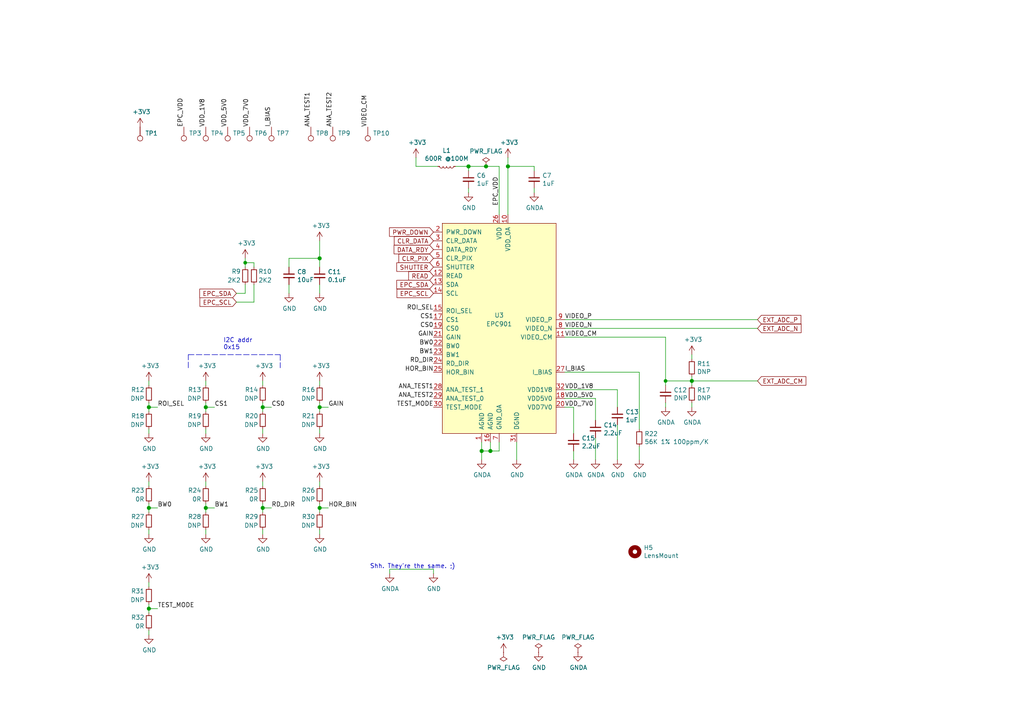
<source format=kicad_sch>
(kicad_sch (version 20230121) (generator eeschema)
  (paper "A4")
  (title_block (title "SYZYGY EPC901 Breakout") (date "2020-12-31") (rev "r0.1") (company "GsD - @gregdavill"))
  (lib_symbols
    (symbol "Connector:TestPoint" (pin_numbers hide) (pin_names (offset 0.762) hide)
      (property "Reference" "TP" (at 0 6.858 0))
      (property "Value" "TestPoint" (at 0 5.08 0))
      (symbol "TestPoint_0_1"
        (circle (center 0 3.302) (radius 0.762))
      )
      (symbol "TestPoint_1_1"
        (pin passive line (at 0 0 90) (length 2.54) (name "1") (number "1"))
      )
    )
    (symbol "Device:C_Small" (pin_numbers hide) (pin_names (offset 0.254) hide)
      (property "Reference" "C" (at 0.254 1.778 0))
      (property "Value" "C_Small" (at 0.254 -2.032 0))
      (symbol "C_Small_0_1"
        (polyline (pts (xy -1.524 -0.508) (xy 1.524 -0.508)) (stroke (width 0.3302)))
        (polyline (pts (xy -1.524 0.508) (xy 1.524 0.508)) (stroke (width 0.3048)))
      )
      (symbol "C_Small_1_1"
        (pin passive line (at 0 2.54 270) (length 2.032) (name "~") (number "1"))
        (pin passive line (at 0 -2.54 90) (length 2.032) (name "~") (number "2"))
      )
    )
    (symbol "Device:L_Small" (pin_numbers hide) (pin_names (offset 0.254) hide)
      (property "Reference" "L" (at 0.762 1.016 0))
      (property "Value" "L_Small" (at 0.762 -1.016 0))
      (symbol "L_Small_0_1"
        (arc (start 0 -2.032) (mid 0.5058 -1.524) (end 0 -1.016))
        (arc (start 0 -1.016) (mid 0.5058 -0.508) (end 0 0))
        (arc (start 0 0) (mid 0.5058 0.508) (end 0 1.016))
        (arc (start 0 1.016) (mid 0.5058 1.524) (end 0 2.032))
      )
      (symbol "L_Small_1_1"
        (pin passive line (at 0 2.54 270) (length 0.508) (name "~") (number "1"))
        (pin passive line (at 0 -2.54 90) (length 0.508) (name "~") (number "2"))
      )
    )
    (symbol "Device:R_Small" (pin_numbers hide) (pin_names (offset 0.254) hide)
      (property "Reference" "R" (at 0.762 0.508 0))
      (property "Value" "R_Small" (at 0.762 -1.016 0))
      (symbol "R_Small_0_1"
        (rectangle (start -0.762 1.778) (end 0.762 -1.778) (stroke (width 0.2032)))
      )
      (symbol "R_Small_1_1"
        (pin passive line (at 0 2.54 270) (length 0.762) (name "~") (number "1"))
        (pin passive line (at 0 -2.54 90) (length 0.762) (name "~") (number "2"))
      )
    )
    (symbol "Mechanical:MountingHole" (pin_names (offset 1.016))
      (property "Reference" "H" (at 0 5.08 0))
      (property "Value" "MountingHole" (at 0 3.175 0))
      (symbol "MountingHole_0_1"
        (circle (center 0 0) (radius 1.27) (stroke (width 1.27)))
      )
    )
    (symbol "epc901:EPC901-alt" (pin_names (offset 1.016))
      (property "Reference" "U" (at 0 -1.27 0))
      (property "Value" "EPC901-alt" (at 0 1.27 0))
      (symbol "EPC901-alt_0_1"
        (rectangle (start -16.51 -30.48) (end 16.51 30.48) (fill (type background)))
      )
      (symbol "EPC901-alt_1_1"
        (pin power_in line (at -5.08 -33.02 90) (length 2.54) (name "AGND") (number "1"))
        (pin power_in line (at 2.54 33.02 270) (length 2.54) (name "VDD_OA") (number "10"))
        (pin input line (at 19.05 -2.54 180) (length 2.54) (name "VIDEO_CM") (number "11"))
        (pin input line (at -19.05 15.24 0) (length 2.54) (name "READ") (number "12"))
        (pin bidirectional line (at -19.05 12.7 0) (length 2.54) (name "SDA") (number "13"))
        (pin input line (at -19.05 10.16 0) (length 2.54) (name "SCL") (number "14"))
        (pin input line (at -19.05 5.08 0) (length 2.54) (name "ROI_SEL") (number "15"))
        (pin power_in line (at -2.54 -33.02 90) (length 2.54) (name "AGND") (number "16"))
        (pin input line (at -19.05 2.54 0) (length 2.54) (name "CS1") (number "17"))
        (pin passive line (at 19.05 -20.32 180) (length 2.54) (name "VDD5V0") (number "18"))
        (pin input line (at -19.05 0 0) (length 2.54) (name "CS0") (number "19"))
        (pin input line (at -19.05 27.94 0) (length 2.54) (name "PWR_DOWN") (number "2"))
        (pin passive line (at 19.05 -22.86 180) (length 2.54) (name "VDD7V0") (number "20"))
        (pin input line (at -19.05 -2.54 0) (length 2.54) (name "GAIN") (number "21"))
        (pin input line (at -19.05 -5.08 0) (length 2.54) (name "BW0") (number "22"))
        (pin input line (at -19.05 -7.62 0) (length 2.54) (name "BW1") (number "23"))
        (pin input line (at -19.05 -10.16 0) (length 2.54) (name "RD_DIR") (number "24"))
        (pin input line (at -19.05 -12.7 0) (length 2.54) (name "HOR_BIN") (number "25"))
        (pin power_in line (at 0 33.02 270) (length 2.54) (name "VDD") (number "26"))
        (pin input line (at 19.05 -12.7 180) (length 2.54) (name "I_BIAS") (number "27"))
        (pin output line (at -19.05 -17.78 0) (length 2.54) (name "ANA_TEST_1") (number "28"))
        (pin output line (at -19.05 -20.32 0) (length 2.54) (name "ANA_TEST_0") (number "29"))
        (pin input line (at -19.05 25.4 0) (length 2.54) (name "CLR_DATA") (number "3"))
        (pin input line (at -19.05 -22.86 0) (length 2.54) (name "TEST_MODE") (number "30"))
        (pin power_in line (at 5.08 -33.02 90) (length 2.54) (name "DGND") (number "31"))
        (pin passive line (at 19.05 -17.78 180) (length 2.54) (name "VDD1V8") (number "32"))
        (pin output line (at -19.05 22.86 0) (length 2.54) (name "DATA_RDY") (number "4"))
        (pin input line (at -19.05 20.32 0) (length 2.54) (name "CLR_PIX") (number "5"))
        (pin input line (at -19.05 17.78 0) (length 2.54) (name "SHUTTER") (number "6"))
        (pin power_in line (at 0 -33.02 90) (length 2.54) (name "GND_OA") (number "7"))
        (pin output line (at 19.05 0 180) (length 2.54) (name "VIDEO_N") (number "8"))
        (pin output line (at 19.05 2.54 180) (length 2.54) (name "VIDEO_P") (number "9"))
      )
    )
    (symbol "power:+3.3V" (power) (pin_names (offset 0))
      (property "Value" "+3.3V" (at 0 3.556 0))
      (symbol "+3.3V_0_1"
        (polyline (pts (xy -0.762 1.27) (xy 0 2.54)))
        (polyline (pts (xy 0 0) (xy 0 2.54)))
        (polyline (pts (xy 0 2.54) (xy 0.762 1.27)))
      )
      (symbol "+3.3V_1_1"
        (pin power_in line (at 0 0 90) (length 0) hide (name "+3V3") (number "1"))
      )
    )
    (symbol "power:GND" (power) (pin_names (offset 0))
      (property "Value" "GND" (at 0 -3.81 0))
      (symbol "GND_0_1"
        (polyline (pts (xy 0 0) (xy 0 -1.27) (xy 1.27 -1.27) (xy 0 -2.54) (xy -1.27 -1.27) (xy 0 -1.27)))
      )
      (symbol "GND_1_1"
        (pin power_in line (at 0 0 270) (length 0) hide (name "GND") (number "1"))
      )
    )
    (symbol "power:GNDA" (power) (pin_names (offset 0))
      (property "Value" "GNDA" (at 0 -3.81 0))
      (symbol "GNDA_0_1"
        (polyline (pts (xy 0 0) (xy 0 -1.27) (xy 1.27 -1.27) (xy 0 -2.54) (xy -1.27 -1.27) (xy 0 -1.27)))
      )
      (symbol "GNDA_1_1"
        (pin power_in line (at 0 0 270) (length 0) hide (name "GNDA") (number "1"))
      )
    )
    (symbol "power:PWR_FLAG" (power) (pin_numbers hide) (pin_names (offset 0) hide)
      (property "Value" "PWR_FLAG" (at 0 3.81 0))
      (symbol "PWR_FLAG_0_0"
        (pin power_out line (at 0 0 90) (length 0) (name "pwr") (number "1"))
      )
      (symbol "PWR_FLAG_0_1"
        (polyline (pts (xy 0 0) (xy 0 1.27) (xy -1.016 1.905) (xy 0 2.54) (xy 1.016 1.905) (xy 0 1.27)))
      )
    )
  )
  (junction (at 92.71 118.11) (diameter 1.016))
  (junction (at 135.89 48.26) (diameter 1.016))
  (junction (at 76.2 118.11) (diameter 1.016))
  (junction (at 43.18 176.53) (diameter 1.016))
  (junction (at 92.71 147.32) (diameter 1.016))
  (junction (at 59.69 118.11) (diameter 1.016))
  (junction (at 200.66 110.49) (diameter 1.016))
  (junction (at 193.04 110.49) (diameter 0.9144))
  (junction (at 92.71 74.93) (diameter 1.016))
  (junction (at 142.24 130.81) (diameter 1.016))
  (junction (at 43.18 118.11) (diameter 1.016))
  (junction (at 147.32 48.26) (diameter 1.016))
  (junction (at 71.12 76.2) (diameter 0.9144))
  (junction (at 59.69 147.32) (diameter 1.016))
  (junction (at 139.7 130.81) (diameter 1.016))
  (junction (at 43.18 147.32) (diameter 1.016))
  (junction (at 76.2 147.32) (diameter 1.016))
  (junction (at 140.97 48.26) (diameter 1.016))
  (wire (pts (xy 76.2 118.11) (xy 78.74 118.11)))
  (wire (pts (xy 83.82 82.55) (xy 83.82 85.09)))
  (wire (pts (xy 193.04 110.49) (xy 193.04 111.76)))
  (wire (pts (xy 71.12 74.93) (xy 71.12 76.2)))
  (wire (pts (xy 179.07 123.19) (xy 179.07 133.35)))
  (wire (pts (xy 144.78 48.26) (xy 140.97 48.26)))
  (wire (pts (xy 193.04 116.84) (xy 193.04 118.11)))
  (wire (pts (xy 142.24 130.81) (xy 144.78 130.81)))
  (wire (pts (xy 92.71 146.05) (xy 92.71 147.32)))
  (wire (pts (xy 92.71 154.94) (xy 92.71 153.67)))
  (wire (pts (xy 200.66 110.49) (xy 200.66 109.22)))
  (wire (pts (xy 163.83 107.95) (xy 185.42 107.95)))
  (wire (pts (xy 92.71 147.32) (xy 95.25 147.32)))
  (wire (pts (xy 172.72 127) (xy 172.72 133.35)))
  (wire (pts (xy 135.89 55.88) (xy 135.89 54.61)))
  (wire (pts (xy 76.2 118.11) (xy 76.2 119.38)))
  (wire (pts (xy 43.18 116.84) (xy 43.18 118.11)))
  (wire (pts (xy 59.69 146.05) (xy 59.69 147.32)))
  (wire (pts (xy 43.18 147.32) (xy 43.18 148.59)))
  (wire (pts (xy 92.71 111.76) (xy 92.71 110.49)))
  (wire (pts (xy 163.83 97.79) (xy 193.04 97.79)))
  (wire (pts (xy 59.69 125.73) (xy 59.69 124.46)))
  (wire (pts (xy 73.66 82.55) (xy 73.66 87.63)))
  (polyline (pts (xy 54.61 102.87) (xy 81.28 102.87)) (stroke (width 0) (type dash)))
  (wire (pts (xy 59.69 116.84) (xy 59.69 118.11)))
  (wire (pts (xy 43.18 118.11) (xy 45.72 118.11)))
  (wire (pts (xy 76.2 147.32) (xy 76.2 148.59)))
  (wire (pts (xy 43.18 140.97) (xy 43.18 139.7)))
  (wire (pts (xy 83.82 74.93) (xy 92.71 74.93)))
  (wire (pts (xy 43.18 111.76) (xy 43.18 110.49)))
  (wire (pts (xy 200.66 116.84) (xy 200.66 118.11)))
  (wire (pts (xy 76.2 125.73) (xy 76.2 124.46)))
  (wire (pts (xy 92.71 82.55) (xy 92.71 85.09)))
  (wire (pts (xy 139.7 130.81) (xy 139.7 128.27)))
  (wire (pts (xy 92.71 74.93) (xy 92.71 69.85)))
  (wire (pts (xy 59.69 111.76) (xy 59.69 110.49)))
  (wire (pts (xy 185.42 107.95) (xy 185.42 124.46)))
  (wire (pts (xy 172.72 115.57) (xy 172.72 121.92)))
  (wire (pts (xy 92.71 147.32) (xy 92.71 148.59)))
  (wire (pts (xy 154.94 55.88) (xy 154.94 54.61)))
  (wire (pts (xy 43.18 147.32) (xy 45.72 147.32)))
  (wire (pts (xy 140.97 48.26) (xy 135.89 48.26)))
  (wire (pts (xy 92.71 77.47) (xy 92.71 74.93)))
  (wire (pts (xy 154.94 48.26) (xy 147.32 48.26)))
  (wire (pts (xy 144.78 62.23) (xy 144.78 48.26)))
  (wire (pts (xy 43.18 176.53) (xy 45.72 176.53)))
  (wire (pts (xy 163.83 115.57) (xy 172.72 115.57)))
  (wire (pts (xy 139.7 130.81) (xy 142.24 130.81)))
  (wire (pts (xy 43.18 154.94) (xy 43.18 153.67)))
  (wire (pts (xy 92.71 125.73) (xy 92.71 124.46)))
  (wire (pts (xy 76.2 140.97) (xy 76.2 139.7)))
  (wire (pts (xy 147.32 62.23) (xy 147.32 48.26)))
  (wire (pts (xy 149.86 128.27) (xy 149.86 133.35)))
  (wire (pts (xy 142.24 130.81) (xy 142.24 128.27)))
  (polyline (pts (xy 54.61 106.68) (xy 54.61 102.87)) (stroke (width 0) (type dash)))
  (wire (pts (xy 139.7 133.35) (xy 139.7 130.81)))
  (wire (pts (xy 76.2 116.84) (xy 76.2 118.11)))
  (wire (pts (xy 163.83 92.71) (xy 219.71 92.71)))
  (wire (pts (xy 71.12 76.2) (xy 71.12 77.47)))
  (wire (pts (xy 59.69 140.97) (xy 59.69 139.7)))
  (wire (pts (xy 43.18 175.26) (xy 43.18 176.53)))
  (wire (pts (xy 179.07 113.03) (xy 179.07 118.11)))
  (wire (pts (xy 76.2 146.05) (xy 76.2 147.32)))
  (wire (pts (xy 43.18 184.15) (xy 43.18 182.88)))
  (wire (pts (xy 43.18 176.53) (xy 43.18 177.8)))
  (wire (pts (xy 76.2 111.76) (xy 76.2 110.49)))
  (wire (pts (xy 73.66 76.2) (xy 71.12 76.2)))
  (wire (pts (xy 193.04 110.49) (xy 200.66 110.49)))
  (wire (pts (xy 154.94 49.53) (xy 154.94 48.26)))
  (wire (pts (xy 200.66 104.14) (xy 200.66 102.87)))
  (wire (pts (xy 92.71 118.11) (xy 92.71 119.38)))
  (wire (pts (xy 59.69 154.94) (xy 59.69 153.67)))
  (wire (pts (xy 135.89 48.26) (xy 132.08 48.26)))
  (wire (pts (xy 92.71 116.84) (xy 92.71 118.11)))
  (wire (pts (xy 83.82 77.47) (xy 83.82 74.93)))
  (wire (pts (xy 59.69 118.11) (xy 59.69 119.38)))
  (wire (pts (xy 92.71 140.97) (xy 92.71 139.7)))
  (wire (pts (xy 71.12 82.55) (xy 71.12 85.09)))
  (wire (pts (xy 76.2 154.94) (xy 76.2 153.67)))
  (wire (pts (xy 147.32 48.26) (xy 147.32 45.72)))
  (wire (pts (xy 185.42 133.35) (xy 185.42 129.54)))
  (wire (pts (xy 73.66 77.47) (xy 73.66 76.2)))
  (wire (pts (xy 200.66 110.49) (xy 200.66 111.76)))
  (wire (pts (xy 163.83 118.11) (xy 166.37 118.11)))
  (wire (pts (xy 76.2 147.32) (xy 78.74 147.32)))
  (wire (pts (xy 113.03 166.37) (xy 113.03 165.1)))
  (wire (pts (xy 43.18 125.73) (xy 43.18 124.46)))
  (wire (pts (xy 113.03 165.1) (xy 125.73 165.1)))
  (wire (pts (xy 43.18 118.11) (xy 43.18 119.38)))
  (wire (pts (xy 59.69 147.32) (xy 62.23 147.32)))
  (polyline (pts (xy 81.28 102.87) (xy 81.28 106.68)) (stroke (width 0) (type dash)))
  (wire (pts (xy 163.83 113.03) (xy 179.07 113.03)))
  (wire (pts (xy 71.12 85.09) (xy 68.58 85.09)))
  (wire (pts (xy 166.37 125.73) (xy 166.37 118.11)))
  (wire (pts (xy 43.18 146.05) (xy 43.18 147.32)))
  (wire (pts (xy 73.66 87.63) (xy 68.58 87.63)))
  (wire (pts (xy 59.69 118.11) (xy 62.23 118.11)))
  (wire (pts (xy 144.78 130.81) (xy 144.78 128.27)))
  (wire (pts (xy 125.73 165.1) (xy 125.73 166.37)))
  (wire (pts (xy 200.66 110.49) (xy 219.71 110.49)))
  (wire (pts (xy 92.71 118.11) (xy 95.25 118.11)))
  (wire (pts (xy 120.65 48.26) (xy 120.65 45.72)))
  (wire (pts (xy 166.37 133.35) (xy 166.37 130.81)))
  (wire (pts (xy 193.04 97.79) (xy 193.04 110.49)))
  (wire (pts (xy 59.69 147.32) (xy 59.69 148.59)))
  (wire (pts (xy 135.89 49.53) (xy 135.89 48.26)))
  (wire (pts (xy 163.83 95.25) (xy 219.71 95.25)))
  (wire (pts (xy 127 48.26) (xy 120.65 48.26)))
  (wire (pts (xy 43.18 170.18) (xy 43.18 168.91)))
  (text "I2C addr \n0x15" (at 64.77 101.6 0) (effects (font (size 1.27 1.27)) (justify left bottom)))
  (text "Shh. They're the same. ;)" (at 132.08 165.1 0) (effects (font (size 1.27 1.27)) (justify right bottom)))
  (label "VDD_1V8" (at 163.83 113.03 0))
  (label "CS1" (at 62.23 118.11 0))
  (label "EPC_VDD" (at 144.78 59.69 90))
  (label "EPC_VDD" (at 53.34 36.83 90))
  (label "VDD_7V0" (at 72.39 36.83 90))
  (label "HOR_BIN" (at 95.25 147.32 0))
  (label "BW0" (at 125.73 100.33 180))
  (label "VDD_5V0" (at 163.83 115.57 0))
  (label "GAIN" (at 95.25 118.11 0))
  (label "ANA_TEST1" (at 125.73 113.03 180))
  (label "VDD_5V0" (at 66.04 36.83 90))
  (label "BW1" (at 125.73 102.87 180))
  (label "RD_DIR" (at 125.73 105.41 180))
  (label "I_BIAS" (at 78.74 36.83 90))
  (label "I_BIAS" (at 163.83 107.95 0))
  (label "BW0" (at 45.72 147.32 0))
  (label "VDD_7V0" (at 163.83 118.11 0))
  (label "ANA_TEST2" (at 125.73 115.57 180))
  (label "CS0" (at 125.73 95.25 180))
  (label "ROI_SEL" (at 45.72 118.11 0))
  (label "VDD_1V8" (at 59.69 36.83 90))
  (label "ANA_TEST1" (at 90.17 36.83 90))
  (label "CS1" (at 125.73 92.71 180))
  (label "HOR_BIN" (at 125.73 107.95 180))
  (label "BW1" (at 62.23 147.32 0))
  (label "VIDEO_N" (at 163.83 95.25 0))
  (label "VIDEO_CM" (at 163.83 97.79 0))
  (label "GAIN" (at 125.73 97.79 180))
  (label "TEST_MODE" (at 125.73 118.11 180))
  (label "CS0" (at 78.74 118.11 0))
  (label "ROI_SEL" (at 125.73 90.17 180))
  (label "VIDEO_CM" (at 106.68 36.83 90))
  (label "TEST_MODE" (at 45.72 176.53 0))
  (label "ANA_TEST2" (at 96.52 36.83 90))
  (label "VIDEO_P" (at 163.83 92.71 0))
  (label "RD_DIR" (at 78.74 147.32 0))
  (global_label "SHUTTER" (shape input) (at 125.73 77.47 180) (property "Intersheetrefs" "${INTERSHEET_REFS}" (effects hide)))
  (global_label "EPC_SCL" (shape input) (at 68.58 87.63 180) (property "Intersheetrefs" "${INTERSHEET_REFS}" (effects hide)))
  (global_label "EXT_ADC_P" (shape input) (at 219.71 92.71 0) (property "Intersheetrefs" "${INTERSHEET_REFS}" (effects hide)))
  (global_label "CLR_DATA" (shape input) (at 125.73 69.85 180) (property "Intersheetrefs" "${INTERSHEET_REFS}" (effects hide)))
  (global_label "EPC_SDA" (shape input) (at 68.58 85.09 180) (property "Intersheetrefs" "${INTERSHEET_REFS}" (effects hide)))
  (global_label "DATA_RDY" (shape input) (at 125.73 72.39 180) (property "Intersheetrefs" "${INTERSHEET_REFS}" (effects hide)))
  (global_label "CLR_PIX" (shape input) (at 125.73 74.93 180) (property "Intersheetrefs" "${INTERSHEET_REFS}" (effects hide)))
  (global_label "READ" (shape input) (at 125.73 80.01 180) (property "Intersheetrefs" "${INTERSHEET_REFS}" (effects hide)))
  (global_label "EXT_ADC_N" (shape input) (at 219.71 95.25 0) (property "Intersheetrefs" "${INTERSHEET_REFS}" (effects hide)))
  (global_label "PWR_DOWN" (shape input) (at 125.73 67.31 180) (property "Intersheetrefs" "${INTERSHEET_REFS}" (effects hide)))
  (global_label "EPC_SDA" (shape input) (at 125.73 82.55 180) (property "Intersheetrefs" "${INTERSHEET_REFS}" (effects hide)))
  (global_label "EPC_SCL" (shape input) (at 125.73 85.09 180) (property "Intersheetrefs" "${INTERSHEET_REFS}" (effects hide)))
  (global_label "EXT_ADC_CM" (shape input) (at 219.71 110.49 0) (property "Intersheetrefs" "${INTERSHEET_REFS}" (effects hide)))
  (symbol (lib_id "power:GND") (at 156.21 189.23 0) (unit 1)
    (property "Reference" "#PWR0117" (effects hide))
    (property "Value" "GND" (at 156.337 193.6242 0))
  )
  (symbol (lib_id "Device:C_Small") (at 92.71 80.01 0) (unit 1)
    (property "Reference" "C11" (at 95.0468 78.8416 0) (effects (justify left)))
    (property "Value" "0.1uF" (at 95.0468 81.153 0) (effects (justify left)))
    (property "Footprint" "Capacitor_SMD:C_0402_1005Metric" (effects hide))
    (property "Mfg" "Yageo" (effects hide))
    (property "PN" "CC0402JRX7R7BB104" (effects hide))
  )
  (symbol (lib_id "power:PWR_FLAG") (at 140.97 48.26 0) (unit 1)
    (property "Reference" "#FLG0104" (effects hide))
    (property "Value" "PWR_FLAG" (at 140.97 43.8658 0))
  )
  (symbol (lib_id "power:GND") (at 92.71 125.73 0) (unit 1)
    (property "Reference" "#PWR0127" (effects hide))
    (property "Value" "GND" (at 92.837 130.1242 0))
  )
  (symbol (lib_id "Connector:TestPoint") (at 78.74 36.83 180) (unit 1)
    (property "Reference" "TP7" (at 80.2132 38.6588 0) (effects (justify right)))
    (property "Value" "TestPoint" (effects hide))
    (property "Footprint" "TestPoint:TestPoint_Pad_D1.0mm" (effects hide))
  )
  (symbol (lib_id "power:GND") (at 43.18 125.73 0) (unit 1)
    (property "Reference" "#PWR0145" (effects hide))
    (property "Value" "GND" (at 43.307 130.1242 0))
  )
  (symbol (lib_id "power:GND") (at 179.07 133.35 0) (unit 1)
    (property "Reference" "#PWR0137" (effects hide))
    (property "Value" "GND" (at 179.197 137.7442 0))
  )
  (symbol (lib_id "power:GNDA") (at 200.66 118.11 0) (unit 1)
    (property "Reference" "#PWR0141" (effects hide))
    (property "Value" "GNDA" (at 200.787 122.5042 0))
  )
  (symbol (lib_id "Connector:TestPoint") (at 96.52 36.83 180) (unit 1)
    (property "Reference" "TP9" (at 97.9932 38.6588 0) (effects (justify right)))
    (property "Value" "TestPoint" (effects hide))
    (property "Footprint" "TestPoint:TestPoint_Pad_D1.0mm" (effects hide))
  )
  (symbol (lib_id "Device:C_Small") (at 83.82 80.01 0) (unit 1)
    (property "Reference" "C8" (at 86.1568 78.8416 0) (effects (justify left)))
    (property "Value" "10uF" (at 86.1568 81.153 0) (effects (justify left)))
    (property "Footprint" "Capacitor_SMD:C_0603_1608Metric" (effects hide))
    (property "Mfg" "Yageo" (effects hide))
    (property "PN" "CC0603KRX5R5BB106" (effects hide))
  )
  (symbol (lib_id "power:GND") (at 185.42 133.35 0) (unit 1)
    (property "Reference" "#PWR0135" (effects hide))
    (property "Value" "GND" (at 185.547 137.7442 0))
  )
  (symbol (lib_id "Device:R_Small") (at 59.69 121.92 0) (unit 1)
    (property "Reference" "R19" (at 58.42 120.65 0) (effects (justify right)))
    (property "Value" "DNP" (at 58.42 123.19 0) (effects (justify right)))
    (property "Footprint" "Resistor_SMD:R_0402_1005Metric" (effects hide))
  )
  (symbol (lib_id "Connector:TestPoint") (at 90.17 36.83 180) (unit 1)
    (property "Reference" "TP8" (at 91.6432 38.6588 0) (effects (justify right)))
    (property "Value" "TestPoint" (effects hide))
    (property "Footprint" "TestPoint:TestPoint_Pad_D1.0mm" (effects hide))
  )
  (symbol (lib_id "power:+3.3V") (at 146.05 189.23 0) (unit 1)
    (property "Reference" "#PWR0116" (effects hide))
    (property "Value" "+3.3V" (at 146.431 184.8358 0))
  )
  (symbol (lib_id "power:GNDA") (at 167.64 189.23 0) (unit 1)
    (property "Reference" "#PWR0118" (effects hide))
    (property "Value" "GNDA" (at 167.767 193.6242 0))
  )
  (symbol (lib_id "Device:R_Small") (at 43.18 121.92 0) (unit 1)
    (property "Reference" "R18" (at 41.91 120.65 0) (effects (justify right)))
    (property "Value" "DNP" (at 41.91 123.19 0) (effects (justify right)))
    (property "Footprint" "Resistor_SMD:R_0402_1005Metric" (effects hide))
  )
  (symbol (lib_id "Device:R_Small") (at 59.69 151.13 0) (unit 1)
    (property "Reference" "R28" (at 58.42 149.86 0) (effects (justify right)))
    (property "Value" "DNP" (at 58.42 152.4 0) (effects (justify right)))
    (property "Footprint" "Resistor_SMD:R_0402_1005Metric" (effects hide))
  )
  (symbol (lib_id "Device:C_Small") (at 172.72 124.46 0) (unit 1)
    (property "Reference" "C14" (at 175.0568 123.2916 0) (effects (justify left)))
    (property "Value" "2.2uF" (at 175.0568 125.603 0) (effects (justify left)))
    (property "Footprint" "Capacitor_SMD:C_0402_1005Metric" (effects hide))
    (property "Mfg" "Yageo" (effects hide))
    (property "PN" "CC0402KRX5R6BB225" (effects hide))
  )
  (symbol (lib_id "power:+3.3V") (at 200.66 102.87 0) (unit 1)
    (property "Reference" "#PWR0140" (effects hide))
    (property "Value" "+3.3V" (at 201.041 98.4758 0))
  )
  (symbol (lib_id "power:GNDA") (at 193.04 118.11 0) (unit 1)
    (property "Reference" "#PWR0142" (effects hide))
    (property "Value" "GNDA" (at 193.167 122.5042 0))
  )
  (symbol (lib_id "power:PWR_FLAG") (at 156.21 189.23 0) (unit 1)
    (property "Reference" "#FLG0102" (effects hide))
    (property "Value" "PWR_FLAG" (at 156.21 184.8358 0))
  )
  (symbol (lib_id "power:GND") (at 43.18 184.15 0) (unit 1)
    (property "Reference" "#PWR0112" (effects hide))
    (property "Value" "GND" (at 43.307 188.5442 0))
  )
  (symbol (lib_id "power:GND") (at 59.69 154.94 0) (unit 1)
    (property "Reference" "#PWR0143" (effects hide))
    (property "Value" "GND" (at 59.817 159.3342 0))
  )
  (symbol (lib_id "Device:R_Small") (at 59.69 114.3 0) (unit 1)
    (property "Reference" "R13" (at 58.42 113.03 0) (effects (justify right)))
    (property "Value" "DNP" (at 58.42 115.57 0) (effects (justify right)))
    (property "Footprint" "Resistor_SMD:R_0402_1005Metric" (effects hide))
  )
  (symbol (lib_id "power:GND") (at 92.71 85.09 0) (unit 1)
    (property "Reference" "#PWR0138" (effects hide))
    (property "Value" "GND" (at 92.837 89.4842 0))
  )
  (symbol (lib_id "Device:C_Small") (at 135.89 52.07 0) (unit 1)
    (property "Reference" "C6" (at 138.2268 50.9016 0) (effects (justify left)))
    (property "Value" "1uF" (at 138.2268 53.213 0) (effects (justify left)))
    (property "Footprint" "Capacitor_SMD:C_0402_1005Metric" (effects hide))
    (property "Mfg" "Yageo" (effects hide))
    (property "PN" "CC0402KRX5R8BB105" (effects hide))
  )
  (symbol (lib_id "Mechanical:MountingHole") (at 184.15 160.02 0) (unit 1)
    (property "Reference" "H5" (at 186.69 158.8516 0) (effects (justify left)))
    (property "Value" "LensMount" (at 186.69 161.163 0) (effects (justify left)))
    (property "Footprint" "gsd-footprints:lensholder-m12-20mm" (effects hide))
  )
  (symbol (lib_id "Device:R_Small") (at 43.18 180.34 0) (unit 1)
    (property "Reference" "R32" (at 41.91 179.07 0) (effects (justify right)))
    (property "Value" "0R" (at 41.91 181.61 0) (effects (justify right)))
    (property "Footprint" "Resistor_SMD:R_0402_1005Metric" (effects hide))
    (property "Mfg" "Yageo" (effects hide))
    (property "PN" "AC0402FR-070RL" (effects hide))
  )
  (symbol (lib_id "power:+3.3V") (at 76.2 139.7 0) (unit 1)
    (property "Reference" "#PWR0122" (effects hide))
    (property "Value" "+3.3V" (at 76.581 135.3058 0))
  )
  (symbol (lib_id "Device:C_Small") (at 166.37 128.27 0) (unit 1)
    (property "Reference" "C15" (at 168.7068 127.1016 0) (effects (justify left)))
    (property "Value" "2.2uF" (at 168.7068 129.413 0) (effects (justify left)))
    (property "Footprint" "Capacitor_SMD:C_0402_1005Metric" (effects hide))
    (property "Mfg" "Yageo" (effects hide))
    (property "PN" "CC0402KRX5R6BB225" (effects hide))
  )
  (symbol (lib_id "power:GND") (at 149.86 133.35 0) (unit 1)
    (property "Reference" "#PWR0133" (effects hide))
    (property "Value" "GND" (at 149.987 137.7442 0))
  )
  (symbol (lib_id "Device:C_Small") (at 193.04 114.3 0) (unit 1)
    (property "Reference" "C12" (at 195.3768 113.1316 0) (effects (justify left)))
    (property "Value" "DNP" (at 195.377 115.443 0) (effects (justify left)))
    (property "Footprint" "Capacitor_SMD:C_0402_1005Metric" (effects hide))
  )
  (symbol (lib_id "power:+3.3V") (at 92.71 69.85 0) (unit 1)
    (property "Reference" "#PWR0128" (effects hide))
    (property "Value" "+3.3V" (at 93.091 65.4558 0))
  )
  (symbol (lib_id "Device:R_Small") (at 200.66 114.3 0) (unit 1)
    (property "Reference" "R17" (at 202.1586 113.1316 0) (effects (justify left)))
    (property "Value" "DNP" (at 202.159 115.443 0) (effects (justify left)))
    (property "Footprint" "Resistor_SMD:R_0402_1005Metric" (effects hide))
  )
  (symbol (lib_id "Connector:TestPoint") (at 53.34 36.83 180) (unit 1)
    (property "Reference" "TP3" (at 54.8132 38.6588 0) (effects (justify right)))
    (property "Value" "TestPoint" (effects hide))
    (property "Footprint" "TestPoint:TestPoint_Pad_D1.0mm" (effects hide))
  )
  (symbol (lib_id "power:PWR_FLAG") (at 167.64 189.23 0) (unit 1)
    (property "Reference" "#FLG0101" (effects hide))
    (property "Value" "PWR_FLAG" (at 167.64 184.8358 0))
  )
  (symbol (lib_id "power:+3.3V") (at 40.64 36.83 0) (unit 1)
    (property "Reference" "#PWR0130" (effects hide))
    (property "Value" "+3.3V" (at 41.021 32.4358 0))
  )
  (symbol (lib_id "power:GNDA") (at 166.37 133.35 0) (unit 1)
    (property "Reference" "#PWR0134" (effects hide))
    (property "Value" "GNDA" (at 166.497 137.7442 0))
  )
  (symbol (lib_id "Device:C_Small") (at 154.94 52.07 0) (unit 1)
    (property "Reference" "C7" (at 157.2768 50.9016 0) (effects (justify left)))
    (property "Value" "1uF" (at 157.2768 53.213 0) (effects (justify left)))
    (property "Footprint" "Capacitor_SMD:C_0402_1005Metric" (effects hide))
    (property "Mfg" "Yageo" (effects hide))
    (property "PN" "CC0402KRX5R8BB105" (effects hide))
  )
  (symbol (lib_id "power:GNDA") (at 172.72 133.35 0) (unit 1)
    (property "Reference" "#PWR0136" (effects hide))
    (property "Value" "GNDA" (at 172.847 137.7442 0))
  )
  (symbol (lib_id "power:GND") (at 76.2 125.73 0) (unit 1)
    (property "Reference" "#PWR0119" (effects hide))
    (property "Value" "GND" (at 76.327 130.1242 0))
  )
  (symbol (lib_id "power:+3.3V") (at 59.69 110.49 0) (unit 1)
    (property "Reference" "#PWR0125" (effects hide))
    (property "Value" "+3.3V" (at 60.071 106.0958 0))
  )
  (symbol (lib_id "Device:R_Small") (at 71.12 80.01 0) (unit 1)
    (property "Reference" "R9" (at 69.85 78.74 0) (effects (justify right)))
    (property "Value" "2K2" (at 69.85 81.28 0) (effects (justify right)))
    (property "Footprint" "Resistor_SMD:R_0402_1005Metric" (effects hide))
    (property "Mfg" "Yageo" (effects hide))
    (property "PN" "AC0402FR-072K2L" (effects hide))
  )
  (symbol (lib_id "Device:R_Small") (at 76.2 121.92 0) (unit 1)
    (property "Reference" "R20" (at 74.93 120.65 0) (effects (justify right)))
    (property "Value" "DNP" (at 74.93 123.19 0) (effects (justify right)))
    (property "Footprint" "Resistor_SMD:R_0402_1005Metric" (effects hide))
  )
  (symbol (lib_id "Device:R_Small") (at 43.18 143.51 0) (unit 1)
    (property "Reference" "R23" (at 41.91 142.24 0) (effects (justify right)))
    (property "Value" "0R" (at 41.91 144.78 0) (effects (justify right)))
    (property "Footprint" "Resistor_SMD:R_0402_1005Metric" (effects hide))
    (property "Mfg" "Yageo" (effects hide))
    (property "PN" "AC0402FR-070RL" (effects hide))
  )
  (symbol (lib_id "power:GNDA") (at 154.94 55.88 0) (unit 1)
    (property "Reference" "#PWR0108" (effects hide))
    (property "Value" "GNDA" (at 155.067 60.2742 0))
  )
  (symbol (lib_id "Connector:TestPoint") (at 72.39 36.83 180) (unit 1)
    (property "Reference" "TP6" (at 73.8632 38.6588 0) (effects (justify right)))
    (property "Value" "TestPoint" (effects hide))
    (property "Footprint" "TestPoint:TestPoint_Pad_D1.0mm" (effects hide))
  )
  (symbol (lib_id "Connector:TestPoint") (at 59.69 36.83 180) (unit 1)
    (property "Reference" "TP4" (at 61.1632 38.6588 0) (effects (justify right)))
    (property "Value" "TestPoint" (effects hide))
    (property "Footprint" "TestPoint:TestPoint_Pad_D1.0mm" (effects hide))
  )
  (symbol (lib_id "epc901:EPC901-alt") (at 144.78 95.25 0) (unit 1)
    (property "Reference" "U3" (at 144.78 91.44 0))
    (property "Value" "EPC901" (at 144.78 93.98 0))
    (property "Footprint" "gsd-footprints:epc901" (effects hide))
    (property "Datasheet" "https://www.espros.com/downloads/01_Chips/Datasheet_epc901.pdf" (effects hide))
    (property "Mfg" "ESPROS Photonics AG" (effects hide))
    (property "PN" "EPC901-CSP32-033" (effects hide))
  )
  (symbol (lib_id "Device:R_Small") (at 43.18 172.72 0) (unit 1)
    (property "Reference" "R31" (at 41.91 171.45 0) (effects (justify right)))
    (property "Value" "DNP" (at 41.91 173.99 0) (effects (justify right)))
    (property "Footprint" "Resistor_SMD:R_0402_1005Metric" (effects hide))
  )
  (symbol (lib_id "power:GNDA") (at 139.7 133.35 0) (unit 1)
    (property "Reference" "#PWR0132" (effects hide))
    (property "Value" "GNDA" (at 139.827 137.7442 0))
  )
  (symbol (lib_id "power:+3.3V") (at 43.18 168.91 0) (unit 1)
    (property "Reference" "#PWR0148" (effects hide))
    (property "Value" "+3.3V" (at 43.561 164.5158 0))
  )
  (symbol (lib_id "power:+3.3V") (at 92.71 110.49 0) (unit 1)
    (property "Reference" "#PWR0121" (effects hide))
    (property "Value" "+3.3V" (at 93.091 106.0958 0))
  )
  (symbol (lib_id "Device:R_Small") (at 76.2 151.13 0) (unit 1)
    (property "Reference" "R29" (at 74.93 149.86 0) (effects (justify right)))
    (property "Value" "DNP" (at 74.93 152.4 0) (effects (justify right)))
    (property "Footprint" "Resistor_SMD:R_0402_1005Metric" (effects hide))
  )
  (symbol (lib_id "Device:R_Small") (at 43.18 114.3 0) (unit 1)
    (property "Reference" "R12" (at 41.91 113.03 0) (effects (justify right)))
    (property "Value" "DNP" (at 41.91 115.57 0) (effects (justify right)))
    (property "Footprint" "Resistor_SMD:R_0402_1005Metric" (effects hide))
  )
  (symbol (lib_id "Device:R_Small") (at 76.2 143.51 0) (unit 1)
    (property "Reference" "R25" (at 74.93 142.24 0) (effects (justify right)))
    (property "Value" "0R" (at 74.93 144.78 0) (effects (justify right)))
    (property "Footprint" "Resistor_SMD:R_0402_1005Metric" (effects hide))
    (property "Mfg" "Yageo" (effects hide))
    (property "PN" "AC0402FR-070RL" (effects hide))
  )
  (symbol (lib_id "Connector:TestPoint") (at 40.64 36.83 180) (unit 1)
    (property "Reference" "TP1" (at 42.1132 38.6588 0) (effects (justify right)))
    (property "Value" "TestPoint" (effects hide))
    (property "Footprint" "TestPoint:TestPoint_Pad_D1.0mm" (effects hide))
  )
  (symbol (lib_id "power:+3.3V") (at 59.69 139.7 0) (unit 1)
    (property "Reference" "#PWR0123" (effects hide))
    (property "Value" "+3.3V" (at 60.071 135.3058 0))
  )
  (symbol (lib_id "Connector:TestPoint") (at 66.04 36.83 180) (unit 1)
    (property "Reference" "TP5" (at 67.5132 38.6588 0) (effects (justify right)))
    (property "Value" "TestPoint" (effects hide))
    (property "Footprint" "TestPoint:TestPoint_Pad_D1.0mm" (effects hide))
  )
  (symbol (lib_id "power:PWR_FLAG") (at 146.05 189.23 180) (unit 1)
    (property "Reference" "#FLG0103" (effects hide))
    (property "Value" "PWR_FLAG" (at 146.05 193.6242 0))
  )
  (symbol (lib_id "Device:R_Small") (at 185.42 127 0) (unit 1)
    (property "Reference" "R22" (at 186.9186 125.8316 0) (effects (justify left)))
    (property "Value" "56K 1% 100ppm/K" (at 186.9186 128.143 0) (effects (justify left)))
    (property "Footprint" "Resistor_SMD:R_0402_1005Metric" (effects hide))
    (property "Mfg" "Yageo" (effects hide))
    (property "PN" "AC0402FR-0756KL" (effects hide))
  )
  (symbol (lib_id "power:GNDA") (at 113.03 166.37 0) (unit 1)
    (property "Reference" "#PWR0114" (effects hide))
    (property "Value" "GNDA" (at 113.157 170.7642 0))
  )
  (symbol (lib_id "power:GND") (at 125.73 166.37 0) (unit 1)
    (property "Reference" "#PWR0115" (effects hide))
    (property "Value" "GND" (at 125.857 170.7642 0))
  )
  (symbol (lib_id "Device:R_Small") (at 43.18 151.13 0) (unit 1)
    (property "Reference" "R27" (at 41.91 149.86 0) (effects (justify right)))
    (property "Value" "DNP" (at 41.91 152.4 0) (effects (justify right)))
    (property "Footprint" "Resistor_SMD:R_0402_1005Metric" (effects hide))
  )
  (symbol (lib_id "power:GND") (at 83.82 85.09 0) (unit 1)
    (property "Reference" "#PWR0139" (effects hide))
    (property "Value" "GND" (at 83.947 89.4842 0))
  )
  (symbol (lib_id "power:+3.3V") (at 43.18 139.7 0) (unit 1)
    (property "Reference" "#PWR0146" (effects hide))
    (property "Value" "+3.3V" (at 43.561 135.3058 0))
  )
  (symbol (lib_id "power:GND") (at 92.71 154.94 0) (unit 1)
    (property "Reference" "#PWR0113" (effects hide))
    (property "Value" "GND" (at 92.837 159.3342 0))
  )
  (symbol (lib_id "Connector:TestPoint") (at 106.68 36.83 180) (unit 1)
    (property "Reference" "TP10" (at 108.1532 38.6588 0) (effects (justify right)))
    (property "Value" "TestPoint" (effects hide))
    (property "Footprint" "TestPoint:TestPoint_Pad_D1.0mm" (effects hide))
  )
  (symbol (lib_id "Device:L_Small") (at 129.54 48.26 270) (unit 1)
    (property "Reference" "L1" (at 129.54 43.6626 90))
    (property "Value" "600R @100M" (at 129.54 45.974 90))
    (property "Footprint" "Inductor_SMD:L_0402_1005Metric" (effects hide))
    (property "Mfg" "Murata Electronics" (effects hide))
    (property "PN" "BLM15HG601SN1D" (effects hide))
  )
  (symbol (lib_id "Device:R_Small") (at 200.66 106.68 0) (unit 1)
    (property "Reference" "R11" (at 202.1586 105.5116 0) (effects (justify left)))
    (property "Value" "DNP" (at 202.1586 107.823 0) (effects (justify left)))
    (property "Footprint" "Resistor_SMD:R_0402_1005Metric" (effects hide))
  )
  (symbol (lib_id "power:GND") (at 76.2 154.94 0) (unit 1)
    (property "Reference" "#PWR0111" (effects hide))
    (property "Value" "GND" (at 76.327 159.3342 0))
  )
  (symbol (lib_id "power:+3.3V") (at 71.12 74.93 0) (unit 1)
    (property "Reference" "#PWR0131" (effects hide))
    (property "Value" "+3.3V" (at 71.501 70.5358 0))
  )
  (symbol (lib_id "Device:R_Small") (at 92.71 151.13 0) (unit 1)
    (property "Reference" "R30" (at 91.44 149.86 0) (effects (justify right)))
    (property "Value" "DNP" (at 91.44 152.4 0) (effects (justify right)))
    (property "Footprint" "Resistor_SMD:R_0402_1005Metric" (effects hide))
  )
  (symbol (lib_id "Device:R_Small") (at 92.71 121.92 0) (unit 1)
    (property "Reference" "R21" (at 91.44 120.65 0) (effects (justify right)))
    (property "Value" "DNP" (at 91.44 123.19 0) (effects (justify right)))
    (property "Footprint" "Resistor_SMD:R_0402_1005Metric" (effects hide))
  )
  (symbol (lib_id "power:GND") (at 43.18 154.94 0) (unit 1)
    (property "Reference" "#PWR0144" (effects hide))
    (property "Value" "GND" (at 43.307 159.3342 0))
  )
  (symbol (lib_id "power:GND") (at 135.89 55.88 0) (unit 1)
    (property "Reference" "#PWR0109" (effects hide))
    (property "Value" "GND" (at 136.017 60.2742 0))
  )
  (symbol (lib_id "Device:R_Small") (at 73.66 80.01 0) (mirror y) (unit 1)
    (property "Reference" "R10" (at 74.93 78.74 0) (effects (justify right)))
    (property "Value" "2K2" (at 74.93 81.28 0) (effects (justify right)))
    (property "Footprint" "Resistor_SMD:R_0402_1005Metric" (effects hide))
    (property "Mfg" "Yageo" (effects hide))
    (property "PN" "AC0402FR-072K2L" (effects hide))
  )
  (symbol (lib_id "power:+3.3V") (at 92.71 139.7 0) (unit 1)
    (property "Reference" "#PWR0126" (effects hide))
    (property "Value" "+3.3V" (at 93.091 135.3058 0))
  )
  (symbol (lib_id "power:+3.3V") (at 76.2 110.49 0) (unit 1)
    (property "Reference" "#PWR0124" (effects hide))
    (property "Value" "+3.3V" (at 76.581 106.0958 0))
  )
  (symbol (lib_id "power:GND") (at 59.69 125.73 0) (unit 1)
    (property "Reference" "#PWR0120" (effects hide))
    (property "Value" "GND" (at 59.817 130.1242 0))
  )
  (symbol (lib_id "power:+3.3V") (at 120.65 45.72 0) (unit 1)
    (property "Reference" "#PWR0129" (effects hide))
    (property "Value" "+3.3V" (at 121.031 41.3258 0))
  )
  (symbol (lib_id "Device:R_Small") (at 59.69 143.51 0) (unit 1)
    (property "Reference" "R24" (at 58.42 142.24 0) (effects (justify right)))
    (property "Value" "0R" (at 58.42 144.78 0) (effects (justify right)))
    (property "Footprint" "Resistor_SMD:R_0402_1005Metric" (effects hide))
    (property "Mfg" "Yageo" (effects hide))
    (property "PN" "AC0402FR-070RL" (effects hide))
  )
  (symbol (lib_id "Device:R_Small") (at 92.71 114.3 0) (unit 1)
    (property "Reference" "R16" (at 91.44 113.03 0) (effects (justify right)))
    (property "Value" "DNP" (at 91.44 115.57 0) (effects (justify right)))
    (property "Footprint" "Resistor_SMD:R_0402_1005Metric" (effects hide))
  )
  (symbol (lib_id "Device:R_Small") (at 92.71 143.51 0) (unit 1)
    (property "Reference" "R26" (at 91.44 142.24 0) (effects (justify right)))
    (property "Value" "DNP" (at 91.44 144.78 0) (effects (justify right)))
    (property "Footprint" "Resistor_SMD:R_0402_1005Metric" (effects hide))
  )
  (symbol (lib_id "Device:C_Small") (at 179.07 120.65 0) (unit 1)
    (property "Reference" "C13" (at 181.4068 119.4816 0) (effects (justify left)))
    (property "Value" "1uF" (at 181.4068 121.793 0) (effects (justify left)))
    (property "Footprint" "Capacitor_SMD:C_0402_1005Metric" (effects hide))
    (property "Mfg" "Yageo" (effects hide))
    (property "PN" "CC0402KRX5R8BB105" (effects hide))
  )
  (symbol (lib_id "power:+3.3V") (at 147.32 45.72 0) (unit 1)
    (property "Reference" "#PWR0110" (effects hide))
    (property "Value" "+3.3V" (at 147.701 41.3258 0))
  )
  (symbol (lib_id "Device:R_Small") (at 76.2 114.3 0) (unit 1)
    (property "Reference" "R14" (at 74.93 113.03 0) (effects (justify right)))
    (property "Value" "DNP" (at 74.93 115.57 0) (effects (justify right)))
    (property "Footprint" "Resistor_SMD:R_0402_1005Metric" (effects hide))
  )
  (symbol (lib_id "power:+3.3V") (at 43.18 110.49 0) (unit 1)
    (property "Reference" "#PWR0147" (effects hide))
    (property "Value" "+3.3V" (at 43.561 106.0958 0))
  )
)
</source>
